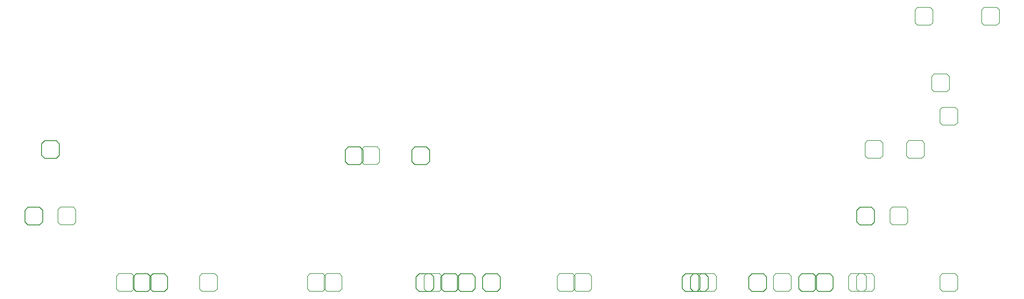
<source format=gbr>
%FSTAX23Y23*%
%MOIN*%
%SFA1B1*%

%IPPOS*%
%ADD18C,0.010000*%
%ADD145C,0.007870*%
%LNquadcube_65_pcb_mechanical_31-1*%
%LPD*%
G54D18*
X08528Y00936D02*
X08658D01*
X08693Y00901*
Y00771D02*
Y00901D01*
X08658Y00736D02*
X08693Y00771D01*
X08528Y00736D02*
X08658D01*
X08493Y00771D02*
X08528Y00736D01*
X08493Y00771D02*
Y00901D01*
X08528Y00936*
X10403Y01686D02*
X10533D01*
X10568Y01651*
Y01521D02*
Y01651D01*
X10533Y01486D02*
X10568Y01521D01*
X10403Y01486D02*
X10533D01*
X10368Y01521D02*
X10403Y01486D01*
X10368Y01521D02*
Y01651D01*
X10403Y01686*
X08435Y00936D02*
X08565D01*
X086Y00901*
Y00771D02*
Y00901D01*
X08565Y00736D02*
X086Y00771D01*
X08435Y00736D02*
X08565D01*
X084Y00771D02*
X08435Y00736D01*
X084Y00771D02*
Y00901D01*
X08435Y00936*
X05903D02*
X06033D01*
X06068Y00901*
Y00771D02*
Y00901D01*
X06033Y00736D02*
X06068Y00771D01*
X05903Y00736D02*
X06033D01*
X05868Y00771D02*
X05903Y00736D01*
X05868Y00771D02*
Y00901D01*
X05903Y00936*
X04638Y02367D02*
X04768D01*
X04803Y02332*
Y02202D02*
Y02332D01*
X04768Y02167D02*
X04803Y02202D01*
X04638Y02167D02*
X04768D01*
X04603Y02202D02*
X04638Y02167D01*
X04603Y02202D02*
Y02332D01*
X04638Y02367*
X05388D02*
X05518D01*
X05553Y02332*
Y02202D02*
Y02332D01*
X05518Y02167D02*
X05553Y02202D01*
X05388Y02167D02*
X05518D01*
X05353Y02202D02*
X05388Y02167D01*
X05353Y02202D02*
Y02332D01*
X05388Y02367*
X01028Y01686D02*
X01158D01*
X01193Y01651*
Y01521D02*
Y01651D01*
X01158Y01486D02*
X01193Y01521D01*
X01028Y01486D02*
X01158D01*
X00993Y01521D02*
X01028Y01486D01*
X00993Y01521D02*
Y01651D01*
X01028Y01686*
X05435Y00936D02*
X05565D01*
X056Y00901*
Y00771D02*
Y00901D01*
X05565Y00736D02*
X056Y00771D01*
X05435Y00736D02*
X05565D01*
X054Y00771D02*
X05435Y00736D01*
X054Y00771D02*
Y00901D01*
X05435Y00936*
X05716D02*
X05846D01*
X05881Y00901*
Y00771D02*
Y00901D01*
X05846Y00736D02*
X05881Y00771D01*
X05716Y00736D02*
X05846D01*
X05681Y00771D02*
X05716Y00736D01*
X05681Y00771D02*
Y00901D01*
X05716Y00936*
X02247D02*
X02377D01*
X02412Y00901*
Y00771D02*
Y00901D01*
X02377Y00736D02*
X02412Y00771D01*
X02247Y00736D02*
X02377D01*
X02212Y00771D02*
X02247Y00736D01*
X02212Y00771D02*
Y00901D01*
X02247Y00936*
X02435D02*
X02565D01*
X026Y00901*
Y00771D02*
Y00901D01*
X02565Y00736D02*
X026Y00771D01*
X02435Y00736D02*
X02565D01*
X024Y00771D02*
X02435Y00736D01*
X024Y00771D02*
Y00901D01*
X02435Y00936*
X09747D02*
X09877D01*
X09912Y00901*
Y00771D02*
Y00901D01*
X09877Y00736D02*
X09912Y00771D01*
X09747Y00736D02*
X09877D01*
X09712Y00771D02*
X09747Y00736D01*
X09712Y00771D02*
Y00901D01*
X09747Y00936*
X01216Y02436D02*
X01346D01*
X01381Y02401*
Y02271D02*
Y02401D01*
X01346Y02236D02*
X01381Y02271D01*
X01216Y02236D02*
X01346D01*
X01181Y02271D02*
X01216Y02236D01*
X01181Y02271D02*
Y02401D01*
X01216Y02436*
X09935Y00936D02*
X10065D01*
X101Y00901*
Y00771D02*
Y00901D01*
X10065Y00736D02*
X101Y00771D01*
X09935Y00736D02*
X10065D01*
X099Y00771D02*
X09935Y00736D01*
X099Y00771D02*
Y00901D01*
X09935Y00936*
X09185D02*
X09315D01*
X0935Y00901*
Y00771D02*
Y00901D01*
X09315Y00736D02*
X0935Y00771D01*
X09185Y00736D02*
X09315D01*
X0915Y00771D02*
X09185Y00736D01*
X0915Y00771D02*
Y00901D01*
X09185Y00936*
X06185D02*
X06315D01*
X0635Y00901*
Y00771D02*
Y00901D01*
X06315Y00736D02*
X0635Y00771D01*
X06185Y00736D02*
X06315D01*
X0615Y00771D02*
X06185Y00736D01*
X0615Y00771D02*
Y00901D01*
X06185Y00936*
G54D145*
X01396Y01686D02*
X01541D01*
X01568Y01659*
Y01514D02*
Y01659D01*
X01541Y01486D02*
X01568Y01514D01*
X01396Y01486D02*
X01541D01*
X01368Y01514D02*
X01396Y01486D01*
X01368Y01514D02*
Y01659D01*
X01396Y01686*
X11802Y03936D02*
X11947D01*
X11975Y03909*
Y03764D02*
Y03909D01*
X11947Y03736D02*
X11975Y03764D01*
X11802Y03736D02*
X11947D01*
X11775Y03764D02*
X11802Y03736D01*
X11775Y03764D02*
Y03909D01*
X11802Y03936*
X11505Y02639D02*
Y02784D01*
X11477Y02611D02*
X11505Y02639D01*
X11332Y02611D02*
X11477D01*
X11305Y02639D02*
X11332Y02611D01*
X11305Y02639D02*
Y02784D01*
X11332Y02811*
X11477*
X11505Y02784*
X11052Y03936D02*
X11197D01*
X11225Y03909*
Y03764D02*
Y03909D01*
X11197Y03736D02*
X11225Y03764D01*
X11052Y03736D02*
X11197D01*
X11025Y03764D02*
X11052Y03736D01*
X11025Y03764D02*
Y03909D01*
X11052Y03936*
X08615Y00936D02*
X08759D01*
X08787Y00909*
Y00764D02*
Y00909D01*
X08759Y00736D02*
X08787Y00764D01*
X08615Y00736D02*
X08759D01*
X08587Y00764D02*
X08615Y00736D01*
X08587Y00764D02*
Y00909D01*
X08615Y00936*
X05521D02*
X05666D01*
X05693Y00909*
Y00764D02*
Y00909D01*
X05666Y00736D02*
X05693Y00764D01*
X05521Y00736D02*
X05666D01*
X05493Y00764D02*
X05521Y00736D01*
X05493Y00764D02*
Y00909D01*
X05521Y00936*
X04818Y02367D02*
X04963D01*
X04991Y02339*
Y02194D02*
Y02339D01*
X04963Y02167D02*
X04991Y02194D01*
X04818Y02167D02*
X04963D01*
X04791Y02194D02*
X04818Y02167D01*
X04791Y02194D02*
Y02339D01*
X04818Y02367*
X02052Y00936D02*
X02197D01*
X02225Y00909*
Y00764D02*
Y00909D01*
X02197Y00736D02*
X02225Y00764D01*
X02052Y00736D02*
X02197D01*
X02025Y00764D02*
X02052Y00736D01*
X02025Y00764D02*
Y00909D01*
X02052Y00936*
X09458D02*
X09603D01*
X09631Y00909*
Y00764D02*
Y00909D01*
X09603Y00736D02*
X09631Y00764D01*
X09458Y00736D02*
X09603D01*
X09431Y00764D02*
X09458Y00736D01*
X09431Y00764D02*
Y00909D01*
X09458Y00936*
X11333D02*
X11478D01*
X11506Y00909*
Y00764D02*
Y00909D01*
X11478Y00736D02*
X11506Y00764D01*
X11333Y00736D02*
X11478D01*
X11306Y00764D02*
X11333Y00736D01*
X11306Y00764D02*
Y00909D01*
X11333Y00936*
X10771Y01686D02*
X10916D01*
X10943Y01659*
Y01514D02*
Y01659D01*
X10916Y01486D02*
X10943Y01514D01*
X10771Y01486D02*
X10916D01*
X10743Y01514D02*
X10771Y01486D01*
X10743Y01514D02*
Y01659D01*
X10771Y01686*
X04396Y00936D02*
X04541D01*
X04568Y00909*
Y00764D02*
Y00909D01*
X04541Y00736D02*
X04568Y00764D01*
X04396Y00736D02*
X04541D01*
X04368Y00764D02*
X04396Y00736D01*
X04368Y00764D02*
Y00909D01*
X04396Y00936*
X04208D02*
X04353D01*
X04381Y00909*
Y00764D02*
Y00909D01*
X04353Y00736D02*
X04381Y00764D01*
X04208Y00736D02*
X04353D01*
X04181Y00764D02*
X04208Y00736D01*
X04181Y00764D02*
Y00909D01*
X04208Y00936*
X07021D02*
X07166D01*
X07193Y00909*
Y00764D02*
Y00909D01*
X07166Y00736D02*
X07193Y00764D01*
X07021Y00736D02*
X07166D01*
X06993Y00764D02*
X07021Y00736D01*
X06993Y00764D02*
Y00909D01*
X07021Y00936*
X07208D02*
X07353D01*
X07381Y00909*
Y00764D02*
Y00909D01*
X07353Y00736D02*
X07381Y00764D01*
X07208Y00736D02*
X07353D01*
X07181Y00764D02*
X07208Y00736D01*
X07181Y00764D02*
Y00909D01*
X07208Y00936*
X10396D02*
X10541D01*
X10568Y00909*
Y00764D02*
Y00909D01*
X10541Y00736D02*
X10568Y00764D01*
X10396Y00736D02*
X10541D01*
X10368Y00764D02*
X10396Y00736D01*
X10368Y00764D02*
Y00909D01*
X10396Y00936*
X1124Y03186D02*
X11384D01*
X11412Y03159*
Y03014D02*
Y03159D01*
X11384Y02986D02*
X11412Y03014D01*
X1124Y02986D02*
X11384D01*
X11212Y03014D02*
X1124Y02986D01*
X11212Y03014D02*
Y03159D01*
X1124Y03186*
X1049Y02436D02*
X10634D01*
X10662Y02409*
Y02264D02*
Y02409D01*
X10634Y02236D02*
X10662Y02264D01*
X1049Y02236D02*
X10634D01*
X10462Y02264D02*
X1049Y02236D01*
X10462Y02264D02*
Y02409D01*
X1049Y02436*
X10958D02*
X11103D01*
X11131Y02409*
Y02264D02*
Y02409D01*
X11103Y02236D02*
X11131Y02264D01*
X10958Y02236D02*
X11103D01*
X10931Y02264D02*
X10958Y02236D01*
X10931Y02264D02*
Y02409D01*
X10958Y02436*
X10302Y00936D02*
X10447D01*
X10475Y00909*
Y00764D02*
Y00909D01*
X10447Y00736D02*
X10475Y00764D01*
X10302Y00736D02*
X10447D01*
X10275Y00764D02*
X10302Y00736D01*
X10275Y00764D02*
Y00909D01*
X10302Y00936*
X0299D02*
X03134D01*
X03162Y00909*
Y00764D02*
Y00909D01*
X03134Y00736D02*
X03162Y00764D01*
X0299Y00736D02*
X03134D01*
X02962Y00764D02*
X0299Y00736D01*
X02962Y00764D02*
Y00909D01*
X0299Y00936*
M02*
</source>
